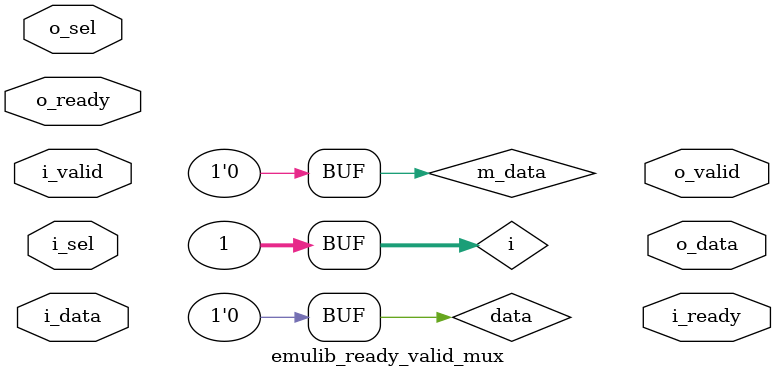
<source format=v>
`timescale 1ns / 1ps
`default_nettype none

module emulib_ready_valid_mux #(
    parameter   NUM_I       = 1,
    parameter   NUM_O       = 1,
    parameter   DATA_WIDTH  = 1
)(
    input  wire [NUM_I-1:0]             i_valid,
    output wire [NUM_I-1:0]             i_ready,
    input  wire [DATA_WIDTH*NUM_I-1:0]  i_data,
    input  wire [NUM_I-1:0]             i_sel,

    output wire [NUM_O-1:0]             o_valid,
    input  wire [NUM_O-1:0]             o_ready,
    output wire [DATA_WIDTH*NUM_O-1:0]  o_data,
    input  wire [NUM_O-1:0]             o_sel
);

    wire valid = |(s_valid & s_sel);
    wire ready = |(m_ready & m_sel);

    reg [DATA_WIDTH-1:0] data;
    integer i;

    always @* begin
        data = {DATA_WIDTH{1'b0}};
        for (i = 0; i < NUM_I; i = i + 1)
            if (s_sel[i])
                data = s_data[i * DATA_WIDTH +: DATA_WIDTH];
    end

    assign m_data  = {NUM_O{data}};
    assign m_valid = {NUM_O{valid}} & m_sel;
    assign s_ready = {NUM_I{ready}} & s_sel;

endmodule

`default_nettype wire

</source>
